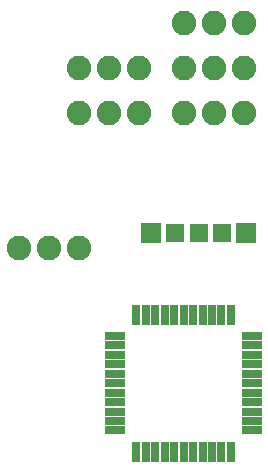
<source format=gbr>
G04 EAGLE Gerber RS-274X export*
G75*
%MOMM*%
%FSLAX34Y34*%
%LPD*%
%INSoldermask Top*%
%IPPOS*%
%AMOC8*
5,1,8,0,0,1.08239X$1,22.5*%
G01*
%ADD10C,2.082800*%
%ADD11R,1.703200X0.703200*%
%ADD12R,0.703200X1.703200*%
%ADD13R,1.711200X1.711200*%
%ADD14R,1.511200X1.511200*%


D10*
X254000Y355600D03*
X279400Y355600D03*
X304800Y355600D03*
X393700Y469900D03*
X419100Y469900D03*
X444500Y469900D03*
X304800Y469900D03*
X330200Y469900D03*
X355600Y469900D03*
X393700Y508000D03*
X419100Y508000D03*
X444500Y508000D03*
X304800Y508000D03*
X330200Y508000D03*
X355600Y508000D03*
X393700Y546100D03*
X419100Y546100D03*
X444500Y546100D03*
D11*
X335700Y281300D03*
X335700Y273300D03*
X335700Y265300D03*
X335700Y257300D03*
X335700Y249300D03*
X335700Y241300D03*
X335700Y233300D03*
X335700Y225300D03*
X335700Y217300D03*
X335700Y209300D03*
X335700Y201300D03*
D12*
X353700Y183300D03*
X361700Y183300D03*
X369700Y183300D03*
X377700Y183300D03*
X385700Y183300D03*
X393700Y183300D03*
X401700Y183300D03*
X409700Y183300D03*
X417700Y183300D03*
X425700Y183300D03*
X433700Y183300D03*
D11*
X451700Y201300D03*
X451700Y209300D03*
X451700Y217300D03*
X451700Y225300D03*
X451700Y233300D03*
X451700Y241300D03*
X451700Y249300D03*
X451700Y257300D03*
X451700Y265300D03*
X451700Y273300D03*
X451700Y281300D03*
D12*
X433700Y299300D03*
X425700Y299300D03*
X417700Y299300D03*
X409700Y299300D03*
X401700Y299300D03*
X393700Y299300D03*
X385700Y299300D03*
X377700Y299300D03*
X369700Y299300D03*
X361700Y299300D03*
X353700Y299300D03*
D13*
X366400Y368300D03*
X446400Y368300D03*
D14*
X386400Y368300D03*
X406400Y368300D03*
X426400Y368300D03*
M02*

</source>
